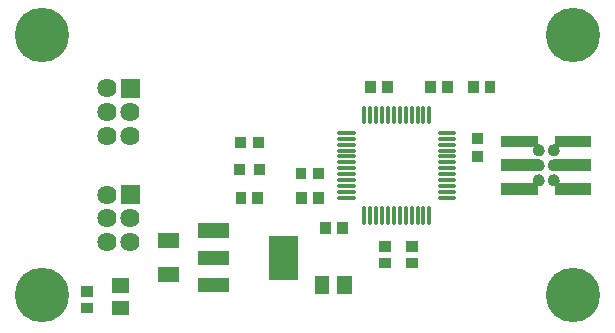
<source format=gts>
G04 Layer: TopSolderMaskLayer*
G04 EasyEDA v6.4.25, 2021-10-07T01:57:40+02:00*
G04 74d54719dcbb48859515a23e3f46d2e4,21b141c4020943fdbba11dee5124b23b,10*
G04 Gerber Generator version 0.2*
G04 Scale: 100 percent, Rotated: No, Reflected: No *
G04 Dimensions in millimeters *
G04 leading zeros omitted , absolute positions ,4 integer and 5 decimal *
%FSLAX45Y45*%
%MOMM*%

%ADD38C,0.3700*%
%ADD40C,1.6256*%
%ADD52C,4.6032*%

%LPD*%
D38*
X2981274Y-1714012D02*
G01*
X2981274Y-1837011D01*
X3031286Y-1714012D02*
G01*
X3031286Y-1837011D01*
X3081274Y-1714012D02*
G01*
X3081274Y-1837011D01*
X3131286Y-1714012D02*
G01*
X3131286Y-1837011D01*
X3181273Y-1714012D02*
G01*
X3181273Y-1837011D01*
X3231286Y-1714012D02*
G01*
X3231286Y-1837011D01*
X3281273Y-1714012D02*
G01*
X3281273Y-1837011D01*
X3331286Y-1714012D02*
G01*
X3331286Y-1837011D01*
X3381273Y-1714012D02*
G01*
X3381273Y-1837011D01*
X3431286Y-1714012D02*
G01*
X3431286Y-1837011D01*
X3481273Y-1714012D02*
G01*
X3481273Y-1837011D01*
X3531285Y-1714012D02*
G01*
X3531285Y-1837011D01*
X3619771Y-1625523D02*
G01*
X3742773Y-1625523D01*
X3619771Y-1575511D02*
G01*
X3742773Y-1575511D01*
X3619771Y-1525523D02*
G01*
X3742773Y-1525523D01*
X3619771Y-1475511D02*
G01*
X3742773Y-1475511D01*
X3619771Y-1425524D02*
G01*
X3742773Y-1425524D01*
X3619771Y-1375511D02*
G01*
X3742773Y-1375511D01*
X3619771Y-1325524D02*
G01*
X3742773Y-1325524D01*
X3619771Y-1275511D02*
G01*
X3742773Y-1275511D01*
X3619771Y-1225524D02*
G01*
X3742773Y-1225524D01*
X3619771Y-1175512D02*
G01*
X3742773Y-1175512D01*
X3619771Y-1125524D02*
G01*
X3742773Y-1125524D01*
X3619771Y-1075512D02*
G01*
X3742773Y-1075512D01*
X3531285Y-864026D02*
G01*
X3531285Y-987026D01*
X3481273Y-864026D02*
G01*
X3481273Y-987026D01*
X3431286Y-864026D02*
G01*
X3431286Y-987026D01*
X3381273Y-864026D02*
G01*
X3381273Y-987026D01*
X3331286Y-864026D02*
G01*
X3331286Y-987026D01*
X3281273Y-864026D02*
G01*
X3281273Y-987026D01*
X3231286Y-864026D02*
G01*
X3231286Y-987026D01*
X3181273Y-864026D02*
G01*
X3181273Y-987026D01*
X3131286Y-864026D02*
G01*
X3131286Y-987026D01*
X3081274Y-864026D02*
G01*
X3081274Y-987026D01*
X3031286Y-864026D02*
G01*
X3031286Y-987026D01*
X2981274Y-864026D02*
G01*
X2981274Y-987026D01*
X2769786Y-1075512D02*
G01*
X2892788Y-1075512D01*
X2769786Y-1125524D02*
G01*
X2892788Y-1125524D01*
X2769786Y-1175512D02*
G01*
X2892788Y-1175512D01*
X2769786Y-1225524D02*
G01*
X2892788Y-1225524D01*
X2769786Y-1275511D02*
G01*
X2892788Y-1275511D01*
X2769786Y-1325524D02*
G01*
X2892788Y-1325524D01*
X2769786Y-1375511D02*
G01*
X2892788Y-1375511D01*
X2769786Y-1425524D02*
G01*
X2892788Y-1425524D01*
X2769786Y-1475511D02*
G01*
X2892788Y-1475511D01*
X2769786Y-1525523D02*
G01*
X2892788Y-1525523D01*
X2769786Y-1575511D02*
G01*
X2892788Y-1575511D01*
X2769786Y-1625523D02*
G01*
X2892788Y-1625523D01*
G36*
X4584700Y-1272539D02*
G01*
X4578604Y-1272286D01*
X4572761Y-1271015D01*
X4567174Y-1269237D01*
X4561586Y-1266952D01*
X4556506Y-1263904D01*
X4551934Y-1260094D01*
X4547615Y-1255776D01*
X4543806Y-1251204D01*
X4540758Y-1246123D01*
X4538472Y-1240536D01*
X4536693Y-1234947D01*
X4535424Y-1228852D01*
X4535170Y-1223010D01*
X4535424Y-1216913D01*
X4536693Y-1211071D01*
X4538472Y-1205484D01*
X4540758Y-1199895D01*
X4543806Y-1194815D01*
X4547615Y-1190244D01*
X4551934Y-1185926D01*
X4556506Y-1182115D01*
X4561586Y-1179068D01*
X4567174Y-1176781D01*
X4572761Y-1175004D01*
X4578604Y-1173734D01*
X4584700Y-1173479D01*
X4590795Y-1173734D01*
X4596638Y-1175004D01*
X4602225Y-1176781D01*
X4607813Y-1179068D01*
X4612893Y-1182115D01*
X4617465Y-1185926D01*
X4621784Y-1190244D01*
X4625593Y-1194815D01*
X4628641Y-1199895D01*
X4630927Y-1205484D01*
X4632706Y-1211071D01*
X4633975Y-1216913D01*
X4634229Y-1223010D01*
X4633975Y-1228852D01*
X4632706Y-1234947D01*
X4630927Y-1240536D01*
X4628641Y-1246123D01*
X4625593Y-1251204D01*
X4621784Y-1255776D01*
X4617465Y-1260094D01*
X4612893Y-1263904D01*
X4607813Y-1266952D01*
X4602225Y-1269237D01*
X4596638Y-1271015D01*
X4590795Y-1272286D01*
G37*
G36*
X4584700Y-1399539D02*
G01*
X4578604Y-1399286D01*
X4572761Y-1398015D01*
X4567174Y-1396237D01*
X4561586Y-1393952D01*
X4556506Y-1390904D01*
X4551934Y-1387094D01*
X4547615Y-1382776D01*
X4543806Y-1378204D01*
X4540758Y-1373123D01*
X4538472Y-1367536D01*
X4536693Y-1361947D01*
X4535424Y-1355852D01*
X4535170Y-1350010D01*
X4535424Y-1343913D01*
X4536693Y-1338071D01*
X4538472Y-1332484D01*
X4540758Y-1326895D01*
X4543806Y-1321815D01*
X4547615Y-1317244D01*
X4551934Y-1312926D01*
X4556506Y-1309115D01*
X4561586Y-1306068D01*
X4567174Y-1303781D01*
X4572761Y-1302004D01*
X4578604Y-1300734D01*
X4584700Y-1300479D01*
X4590795Y-1300734D01*
X4596638Y-1302004D01*
X4602225Y-1303781D01*
X4607813Y-1306068D01*
X4612893Y-1309115D01*
X4617465Y-1312926D01*
X4621784Y-1317244D01*
X4625593Y-1321815D01*
X4628641Y-1326895D01*
X4630927Y-1332484D01*
X4632706Y-1338071D01*
X4633975Y-1343913D01*
X4634229Y-1350010D01*
X4633975Y-1355852D01*
X4632706Y-1361947D01*
X4630927Y-1367536D01*
X4628641Y-1373123D01*
X4625593Y-1378204D01*
X4621784Y-1382776D01*
X4617465Y-1387094D01*
X4612893Y-1390904D01*
X4607813Y-1393952D01*
X4602225Y-1396237D01*
X4596638Y-1398015D01*
X4590795Y-1399286D01*
G37*
G36*
X4584700Y-1526539D02*
G01*
X4578604Y-1526286D01*
X4572761Y-1525015D01*
X4567174Y-1523237D01*
X4561586Y-1520952D01*
X4556506Y-1517904D01*
X4551934Y-1514094D01*
X4547615Y-1509776D01*
X4543806Y-1505204D01*
X4540758Y-1500123D01*
X4538472Y-1494536D01*
X4536693Y-1488947D01*
X4535424Y-1482852D01*
X4535170Y-1477010D01*
X4535424Y-1470913D01*
X4536693Y-1465071D01*
X4538472Y-1459484D01*
X4540758Y-1453895D01*
X4543806Y-1448815D01*
X4547615Y-1444244D01*
X4551934Y-1439926D01*
X4556506Y-1436115D01*
X4561586Y-1433068D01*
X4567174Y-1430781D01*
X4572761Y-1429004D01*
X4578604Y-1427734D01*
X4584700Y-1427479D01*
X4590795Y-1427734D01*
X4596638Y-1429004D01*
X4602225Y-1430781D01*
X4607813Y-1433068D01*
X4612893Y-1436115D01*
X4617465Y-1439926D01*
X4621784Y-1444244D01*
X4625593Y-1448815D01*
X4628641Y-1453895D01*
X4630927Y-1459484D01*
X4632706Y-1465071D01*
X4633975Y-1470913D01*
X4634229Y-1477010D01*
X4633975Y-1482852D01*
X4632706Y-1488947D01*
X4630927Y-1494536D01*
X4628641Y-1500123D01*
X4625593Y-1505204D01*
X4621784Y-1509776D01*
X4617465Y-1514094D01*
X4612893Y-1517904D01*
X4607813Y-1520952D01*
X4602225Y-1523237D01*
X4596638Y-1525015D01*
X4590795Y-1526286D01*
G37*
G36*
X4457700Y-1526539D02*
G01*
X4451604Y-1526286D01*
X4445761Y-1525015D01*
X4440174Y-1523237D01*
X4434586Y-1520952D01*
X4429506Y-1517904D01*
X4424934Y-1514094D01*
X4420615Y-1509776D01*
X4416806Y-1505204D01*
X4413758Y-1500123D01*
X4411472Y-1494536D01*
X4409693Y-1488947D01*
X4408424Y-1482852D01*
X4408170Y-1477010D01*
X4408424Y-1470913D01*
X4409693Y-1465071D01*
X4411472Y-1459484D01*
X4413758Y-1453895D01*
X4416806Y-1448815D01*
X4420615Y-1444244D01*
X4424934Y-1439926D01*
X4429506Y-1436115D01*
X4434586Y-1433068D01*
X4440174Y-1430781D01*
X4445761Y-1429004D01*
X4451604Y-1427734D01*
X4457700Y-1427479D01*
X4463795Y-1427734D01*
X4469638Y-1429004D01*
X4475225Y-1430781D01*
X4480813Y-1433068D01*
X4485893Y-1436115D01*
X4490465Y-1439926D01*
X4494784Y-1444244D01*
X4498593Y-1448815D01*
X4501641Y-1453895D01*
X4503927Y-1459484D01*
X4505706Y-1465071D01*
X4506975Y-1470913D01*
X4507229Y-1477010D01*
X4506975Y-1482852D01*
X4505706Y-1488947D01*
X4503927Y-1494536D01*
X4501641Y-1500123D01*
X4498593Y-1505204D01*
X4494784Y-1509776D01*
X4490465Y-1514094D01*
X4485893Y-1517904D01*
X4480813Y-1520952D01*
X4475225Y-1523237D01*
X4469638Y-1525015D01*
X4463795Y-1526286D01*
G37*
G36*
X4457700Y-1399539D02*
G01*
X4451604Y-1399286D01*
X4445761Y-1398015D01*
X4440174Y-1396237D01*
X4434586Y-1393952D01*
X4429506Y-1390904D01*
X4424934Y-1387094D01*
X4420615Y-1382776D01*
X4416806Y-1378204D01*
X4413758Y-1373123D01*
X4411472Y-1367536D01*
X4409693Y-1361947D01*
X4408424Y-1355852D01*
X4408170Y-1350010D01*
X4408424Y-1343913D01*
X4409693Y-1338071D01*
X4411472Y-1332484D01*
X4413758Y-1326895D01*
X4416806Y-1321815D01*
X4420615Y-1317244D01*
X4424934Y-1312926D01*
X4429506Y-1309115D01*
X4434586Y-1306068D01*
X4440174Y-1303781D01*
X4445761Y-1302004D01*
X4451604Y-1300734D01*
X4457700Y-1300479D01*
X4463795Y-1300734D01*
X4469638Y-1302004D01*
X4475225Y-1303781D01*
X4480813Y-1306068D01*
X4485893Y-1309115D01*
X4490465Y-1312926D01*
X4494784Y-1317244D01*
X4498593Y-1321815D01*
X4501641Y-1326895D01*
X4503927Y-1332484D01*
X4505706Y-1338071D01*
X4506975Y-1343913D01*
X4507229Y-1350010D01*
X4506975Y-1355852D01*
X4505706Y-1361947D01*
X4503927Y-1367536D01*
X4501641Y-1373123D01*
X4498593Y-1378204D01*
X4494784Y-1382776D01*
X4490465Y-1387094D01*
X4485893Y-1390904D01*
X4480813Y-1393952D01*
X4475225Y-1396237D01*
X4469638Y-1398015D01*
X4463795Y-1399286D01*
G37*
G36*
X4457700Y-1272539D02*
G01*
X4451604Y-1272286D01*
X4445761Y-1271015D01*
X4440174Y-1269237D01*
X4434586Y-1266952D01*
X4429506Y-1263904D01*
X4424934Y-1260094D01*
X4420615Y-1255776D01*
X4416806Y-1251204D01*
X4413758Y-1246123D01*
X4411472Y-1240536D01*
X4409693Y-1234947D01*
X4408424Y-1228852D01*
X4408170Y-1223010D01*
X4408424Y-1216913D01*
X4409693Y-1211071D01*
X4411472Y-1205484D01*
X4413758Y-1199895D01*
X4416806Y-1194815D01*
X4420615Y-1190244D01*
X4424934Y-1185926D01*
X4429506Y-1182115D01*
X4434586Y-1179068D01*
X4440174Y-1176781D01*
X4445761Y-1175004D01*
X4451604Y-1173734D01*
X4457700Y-1173479D01*
X4463795Y-1173734D01*
X4469638Y-1175004D01*
X4475225Y-1176781D01*
X4480813Y-1179068D01*
X4485893Y-1182115D01*
X4490465Y-1185926D01*
X4494784Y-1190244D01*
X4498593Y-1194815D01*
X4501641Y-1199895D01*
X4503927Y-1205484D01*
X4505706Y-1211071D01*
X4506975Y-1216913D01*
X4507229Y-1223010D01*
X4506975Y-1228852D01*
X4505706Y-1234947D01*
X4503927Y-1240536D01*
X4501641Y-1246123D01*
X4498593Y-1251204D01*
X4494784Y-1255776D01*
X4490465Y-1260094D01*
X4485893Y-1263904D01*
X4480813Y-1266952D01*
X4475225Y-1269237D01*
X4469638Y-1271015D01*
X4463795Y-1272286D01*
G37*
G36*
X918718Y-781304D02*
G01*
X918718Y-618744D01*
X1081278Y-618744D01*
X1081278Y-781304D01*
G37*
D40*
G01*
X799922Y-700125D03*
G01*
X999921Y-900125D03*
G01*
X799922Y-900125D03*
G01*
X999921Y-1100124D03*
G01*
X799922Y-1100124D03*
G36*
X918718Y-1681226D02*
G01*
X918718Y-1518665D01*
X1081278Y-1518665D01*
X1081278Y-1681226D01*
G37*
G01*
X799922Y-1600047D03*
G01*
X999921Y-1800047D03*
G01*
X799922Y-1800047D03*
G01*
X999921Y-2000046D03*
G01*
X799922Y-2000046D03*
G36*
X4591050Y-1599692D02*
G01*
X4591050Y-1500378D01*
X4901184Y-1500378D01*
X4901184Y-1599692D01*
G37*
G36*
X4141215Y-1599692D02*
G01*
X4141215Y-1500378D01*
X4451350Y-1500378D01*
X4451350Y-1599692D01*
G37*
G36*
X4591050Y-1399539D02*
G01*
X4591050Y-1300479D01*
X4901184Y-1300479D01*
X4901184Y-1399539D01*
G37*
G36*
X4141215Y-1399539D02*
G01*
X4141215Y-1300479D01*
X4451350Y-1300479D01*
X4451350Y-1399539D01*
G37*
G36*
X4591050Y-1199642D02*
G01*
X4591050Y-1100328D01*
X4901184Y-1100328D01*
X4901184Y-1199642D01*
G37*
G36*
X4141215Y-1199642D02*
G01*
X4141215Y-1100328D01*
X4451350Y-1100328D01*
X4451350Y-1199642D01*
G37*
G36*
X2046731Y-1429257D02*
G01*
X2046731Y-1339342D01*
X2136647Y-1339342D01*
X2136647Y-1429257D01*
G37*
G36*
X1876552Y-1429257D02*
G01*
X1876552Y-1339342D01*
X1966468Y-1339342D01*
X1966468Y-1429257D01*
G37*
G36*
X2036572Y-1203960D02*
G01*
X2036572Y-1107439D01*
X2127250Y-1107439D01*
X2127250Y-1203960D01*
G37*
G36*
X1885950Y-1203960D02*
G01*
X1885950Y-1107439D01*
X1976627Y-1107439D01*
X1976627Y-1203960D01*
G37*
G36*
X2031491Y-1675637D02*
G01*
X2031491Y-1575562D01*
X2121661Y-1575562D01*
X2121661Y-1675637D01*
G37*
G36*
X1891537Y-1675637D02*
G01*
X1891537Y-1575562D01*
X1981708Y-1575562D01*
X1981708Y-1675637D01*
G37*
G36*
X584962Y-2604262D02*
G01*
X584962Y-2514092D01*
X685037Y-2514092D01*
X685037Y-2604262D01*
G37*
G36*
X584962Y-2464307D02*
G01*
X584962Y-2374137D01*
X685037Y-2374137D01*
X685037Y-2464307D01*
G37*
G36*
X3860038Y-735837D02*
G01*
X3860038Y-635762D01*
X3950208Y-635762D01*
X3950208Y-735837D01*
G37*
G36*
X3999991Y-735837D02*
G01*
X3999991Y-635762D01*
X4090161Y-635762D01*
X4090161Y-735837D01*
G37*
G36*
X1229360Y-2053589D02*
G01*
X1229360Y-1924557D01*
X1412239Y-1924557D01*
X1412239Y-2053589D01*
G37*
G36*
X1229360Y-2342642D02*
G01*
X1229360Y-2213610D01*
X1412239Y-2213610D01*
X1412239Y-2342642D01*
G37*
G36*
X840486Y-2429002D02*
G01*
X840486Y-2305557D01*
X988313Y-2305557D01*
X988313Y-2429002D01*
G37*
G36*
X840486Y-2622042D02*
G01*
X840486Y-2498597D01*
X988313Y-2498597D01*
X988313Y-2622042D01*
G37*
G36*
X2559558Y-2436113D02*
G01*
X2559558Y-2288286D01*
X2683002Y-2288286D01*
X2683002Y-2436113D01*
G37*
G36*
X2752597Y-2436113D02*
G01*
X2752597Y-2288286D01*
X2876041Y-2288286D01*
X2876041Y-2436113D01*
G37*
G36*
X2549652Y-1468881D02*
G01*
X2549652Y-1372362D01*
X2640584Y-1372362D01*
X2640584Y-1468881D01*
G37*
G36*
X2399029Y-1468881D02*
G01*
X2399029Y-1372362D01*
X2489961Y-1372362D01*
X2489961Y-1468881D01*
G37*
G36*
X3887977Y-1321054D02*
G01*
X3887977Y-1230376D01*
X3984497Y-1230376D01*
X3984497Y-1321054D01*
G37*
G36*
X3887977Y-1170431D02*
G01*
X3887977Y-1079754D01*
X3984497Y-1079754D01*
X3984497Y-1170431D01*
G37*
G36*
X1570736Y-1963165D02*
G01*
X1570736Y-1843023D01*
X1830831Y-1843023D01*
X1830831Y-1963165D01*
G37*
G36*
X1570736Y-2193289D02*
G01*
X1570736Y-2073147D01*
X1830831Y-2073147D01*
X1830831Y-2193289D01*
G37*
G36*
X1570736Y-2423160D02*
G01*
X1570736Y-2303018D01*
X1830831Y-2303018D01*
X1830831Y-2423160D01*
G37*
G36*
X2172715Y-2318257D02*
G01*
X2172715Y-1948179D01*
X2416809Y-1948179D01*
X2416809Y-2318257D01*
G37*
G36*
X3104895Y-2223770D02*
G01*
X3104895Y-2133600D01*
X3204972Y-2133600D01*
X3204972Y-2223770D01*
G37*
G36*
X3104895Y-2083562D02*
G01*
X3104895Y-1993645D01*
X3204972Y-1993645D01*
X3204972Y-2083562D01*
G37*
G36*
X3333495Y-2223770D02*
G01*
X3333495Y-2133600D01*
X3433572Y-2133600D01*
X3433572Y-2223770D01*
G37*
G36*
X3333495Y-2083562D02*
G01*
X3333495Y-1993645D01*
X3433572Y-1993645D01*
X3433572Y-2083562D01*
G37*
G36*
X2608072Y-1930145D02*
G01*
X2608072Y-1829815D01*
X2698241Y-1829815D01*
X2698241Y-1930145D01*
G37*
G36*
X2748025Y-1930145D02*
G01*
X2748025Y-1829815D01*
X2838195Y-1829815D01*
X2838195Y-1930145D01*
G37*
G36*
X2404872Y-1676145D02*
G01*
X2404872Y-1575815D01*
X2495041Y-1575815D01*
X2495041Y-1676145D01*
G37*
G36*
X2544825Y-1676145D02*
G01*
X2544825Y-1575815D01*
X2634995Y-1575815D01*
X2634995Y-1676145D01*
G37*
G36*
X3129025Y-736345D02*
G01*
X3129025Y-636015D01*
X3219195Y-636015D01*
X3219195Y-736345D01*
G37*
G36*
X2989072Y-736345D02*
G01*
X2989072Y-636015D01*
X3079241Y-636015D01*
X3079241Y-736345D01*
G37*
G36*
X3497072Y-736345D02*
G01*
X3497072Y-636015D01*
X3587241Y-636015D01*
X3587241Y-736345D01*
G37*
G36*
X3637025Y-736345D02*
G01*
X3637025Y-636015D01*
X3727195Y-636015D01*
X3727195Y-736345D01*
G37*
D52*
G01*
X250012Y-250012D03*
G01*
X4750003Y-250012D03*
G01*
X250012Y-2450007D03*
G01*
X4750003Y-2450007D03*
M02*

</source>
